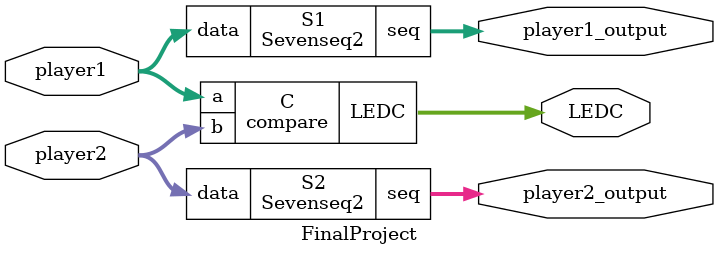
<source format=v>
module Sevenseq2(data, seq);
	input [3:0]data;
	output [15:0]seq;
	reg [15:0]seq;
	
	always @(data)
	begin
		case(data)
				4'b0000: seq <= 16'b1100000011000000;
				4'b0001: seq <= 16'b1100000011111001;
				4'b0010: seq <= 16'b1100000010100100;
				4'b0011: seq <= 16'b1100000010110000;
				4'b0100: seq <= 16'b1100000010011001;
				4'b0101: seq <= 16'b1100000010010010;
				4'b0110: seq <= 16'b1100000010000010;
				4'b0111: seq <= 16'b1100000011111000;
				4'b1000: seq <= 16'b1100000010000000;
				4'b1001: seq <= 16'b1100000010010000;
				
				4'b1010: seq <= 16'b1111100111000000;
				4'b1011: seq <= 16'b1111100111111001;
				4'b1100: seq <= 16'b1111100110100100;
				4'b1101: seq <= 16'b1111100110110000;
				4'b1110: seq <= 16'b1111100110011001;
				4'b1111: seq <= 16'b1111100110010010;
		endcase
	end
	
endmodule


module compare(a,b,LEDC);
	input [3:0]a,b;
	output[9:0]LEDC;
	reg [9:0]LEDC;
	always @(*)
	begin
	if(a==b)
		LEDC = 8'b11111111; 
	else LEDC = 8'b00000000; 
	end
endmodule 

	
module FinalProject(player1,player2,player1_output,player2_output,LEDC);
	input [3:0]player1,player2;
	output [15:0]player1_output,player2_output;
	output[9:0]LEDC;
		
	Sevenseq2 S2(player2,player2_output);
	Sevenseq2 S1(player1,player1_output);
	
	compare C(player1,player2,LEDC);
	
endmodule
	
</source>
